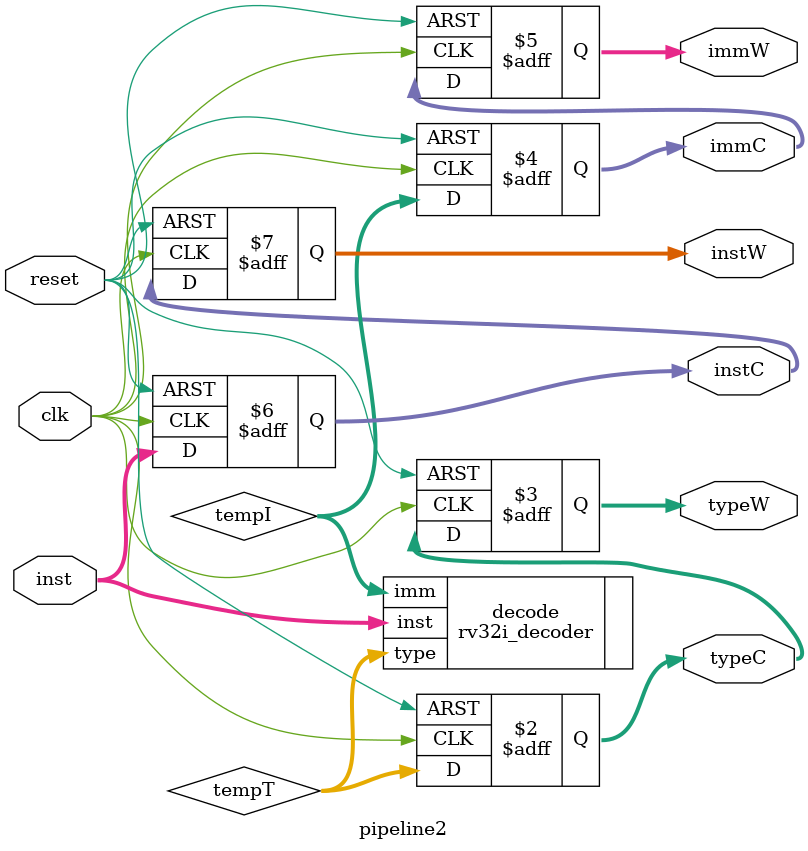
<source format=v>
module pipeline(instF, instD, instC, instW, clk, reset);
	parameter WIDTH = 32;

	input[WIDTH-1:0] instF;
	output reg[WIDTH-1:0] instD, instC, instW;
	input clk, reset;
	
	always @(posedge clk) begin
		if (reset) begin
			instD <= 0;
			instC <= 0;
			instW <= 0;
		end else begin
			instW <= instC;
			instC <= instD;
			instD <= instF;
		end
	end

endmodule

module pipeline2(inst, clk, reset, instC, instW, typeC, typeW, immC, immW);

	parameter WIDTH = 32;
	input[WIDTH-1:0] inst;
	input clk, reset;
	output reg[3:0] typeC, typeW;
	output reg[WIDTH-1:0] immC, immW, instC, instW;
	
	wire[3:0] tempT;
	wire[WIDTH-1:0] tempI;
	rv32i_decoder decode(.inst(inst), .imm(tempI), .type(tempT));
	
	
	
	always @(posedge clk or posedge reset) begin
		if (reset) begin
			instC <= 0; instW <= 0;
			typeC <= 0; typeW <= 0;
			immC <= 0; immW <= 0;
		end else begin
			{instW, immW, typeW} <= {instC, immC, typeC};
			{instC, immC, typeC} <= {inst, tempI, tempT};
		end
	end
	

endmodule
</source>
